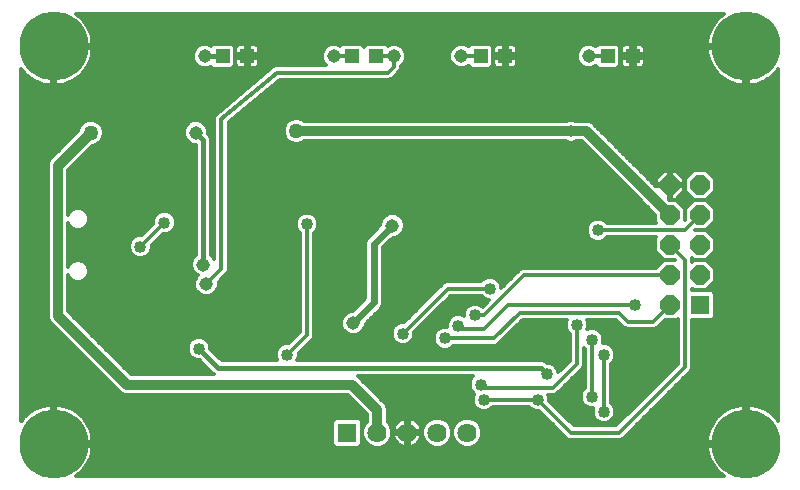
<source format=gbl>
G75*
G70*
%OFA0B0*%
%FSLAX24Y24*%
%IPPOS*%
%LPD*%
%AMOC8*
5,1,8,0,0,1.08239X$1,22.5*
%
%ADD10R,0.0472X0.0472*%
%ADD11C,0.2300*%
%ADD12R,0.0640X0.0640*%
%ADD13OC8,0.0640*%
%ADD14C,0.0640*%
%ADD15C,0.0120*%
%ADD16C,0.0450*%
%ADD17C,0.0400*%
%ADD18C,0.0500*%
%ADD19C,0.0320*%
%ADD20C,0.0240*%
%ADD21C,0.0160*%
D10*
X008515Y019213D03*
X009341Y019213D03*
X012815Y019213D03*
X013641Y019213D03*
X017115Y019213D03*
X017941Y019213D03*
X021365Y019213D03*
X022191Y019213D03*
D11*
X025973Y019537D03*
X002883Y019537D03*
X002883Y006289D03*
X025973Y006289D03*
D12*
X024428Y010913D03*
X012678Y006663D03*
D13*
X023428Y010913D03*
X023428Y011913D03*
X024428Y011913D03*
X024428Y012913D03*
X023428Y012913D03*
X023428Y013913D03*
X024428Y013913D03*
X024428Y014913D03*
X023428Y014913D03*
D14*
X016678Y006663D03*
X015678Y006663D03*
X014678Y006663D03*
X013678Y006663D03*
D15*
X003664Y005236D02*
X003639Y005219D01*
X025217Y005219D01*
X025192Y005236D01*
X025092Y005318D01*
X025001Y005409D01*
X024920Y005508D01*
X024848Y005615D01*
X024788Y005729D01*
X024738Y005847D01*
X024701Y005971D01*
X024676Y006097D01*
X024663Y006225D01*
X024663Y006229D01*
X025913Y006229D01*
X025913Y006349D01*
X024663Y006349D01*
X024663Y006354D01*
X024676Y006482D01*
X024701Y006608D01*
X024738Y006731D01*
X024788Y006850D01*
X024848Y006964D01*
X024920Y007071D01*
X025001Y007170D01*
X025092Y007261D01*
X025192Y007343D01*
X025299Y007414D01*
X025413Y007475D01*
X025531Y007524D01*
X025655Y007562D01*
X025781Y007587D01*
X025909Y007599D01*
X025913Y007599D01*
X025913Y006350D01*
X026033Y006350D01*
X026033Y007599D01*
X026038Y007599D01*
X026166Y007587D01*
X026292Y007562D01*
X026415Y007524D01*
X026534Y007475D01*
X026648Y007414D01*
X026755Y007343D01*
X026854Y007261D01*
X026945Y007170D01*
X027027Y007071D01*
X027043Y007046D01*
X027043Y018781D01*
X027027Y018756D01*
X026945Y018657D01*
X026854Y018566D01*
X026755Y018484D01*
X026648Y018412D01*
X026534Y018352D01*
X026415Y018302D01*
X026292Y018265D01*
X026166Y018240D01*
X026038Y018227D01*
X026033Y018227D01*
X026033Y019477D01*
X025913Y019477D01*
X025913Y018227D01*
X025909Y018227D01*
X025781Y018240D01*
X025655Y018265D01*
X025531Y018302D01*
X025413Y018352D01*
X025299Y018412D01*
X025192Y018484D01*
X025092Y018566D01*
X025001Y018657D01*
X024920Y018756D01*
X024848Y018863D01*
X024788Y018977D01*
X024738Y019096D01*
X024701Y019219D01*
X024676Y019345D01*
X024663Y019473D01*
X024663Y019477D01*
X025913Y019477D01*
X025913Y019597D01*
X024663Y019597D01*
X024663Y019602D01*
X024676Y019730D01*
X024701Y019856D01*
X024738Y019979D01*
X024788Y020098D01*
X024848Y020212D01*
X024920Y020319D01*
X025001Y020418D01*
X025092Y020509D01*
X025192Y020591D01*
X025217Y020607D01*
X003639Y020607D01*
X003664Y020591D01*
X003764Y020509D01*
X003855Y020418D01*
X003936Y020319D01*
X004008Y020212D01*
X004068Y020098D01*
X004118Y019979D01*
X004155Y019856D01*
X004180Y019730D01*
X004193Y019602D01*
X004193Y019597D01*
X002943Y019597D01*
X002943Y019477D01*
X002943Y018227D01*
X002947Y018227D01*
X003075Y018240D01*
X003201Y018265D01*
X003325Y018302D01*
X003444Y018352D01*
X003557Y018412D01*
X003664Y018484D01*
X003764Y018566D01*
X003855Y018657D01*
X003936Y018756D01*
X004008Y018863D01*
X004068Y018977D01*
X004118Y019096D01*
X004155Y019219D01*
X004180Y019345D01*
X004193Y019473D01*
X004193Y019477D01*
X002943Y019477D01*
X002823Y019477D01*
X002823Y018227D01*
X002818Y018227D01*
X002690Y018240D01*
X002564Y018265D01*
X002441Y018302D01*
X002322Y018352D01*
X002208Y018412D01*
X002101Y018484D01*
X002002Y018566D01*
X001911Y018657D01*
X001829Y018756D01*
X001813Y018781D01*
X001813Y007046D01*
X001829Y007071D01*
X001911Y007170D01*
X002002Y007261D01*
X002101Y007343D01*
X002208Y007414D01*
X002322Y007475D01*
X002441Y007524D01*
X002564Y007562D01*
X002690Y007587D01*
X002818Y007599D01*
X002823Y007599D01*
X002823Y006350D01*
X002943Y006350D01*
X002943Y007599D01*
X002947Y007599D01*
X003075Y007587D01*
X003201Y007562D01*
X003325Y007524D01*
X003444Y007475D01*
X003557Y007414D01*
X003664Y007343D01*
X003764Y007261D01*
X003855Y007170D01*
X003936Y007071D01*
X004008Y006964D01*
X004068Y006850D01*
X004118Y006731D01*
X004155Y006608D01*
X004180Y006482D01*
X004193Y006354D01*
X004193Y006349D01*
X002943Y006349D01*
X002943Y006229D01*
X004193Y006229D01*
X004193Y006225D01*
X004180Y006097D01*
X004155Y005971D01*
X004118Y005847D01*
X004068Y005729D01*
X004008Y005615D01*
X003936Y005508D01*
X003855Y005409D01*
X003764Y005318D01*
X003664Y005236D01*
X003713Y005276D02*
X025143Y005276D01*
X025015Y005395D02*
X003841Y005395D01*
X003940Y005514D02*
X024916Y005514D01*
X024839Y005632D02*
X004017Y005632D01*
X004077Y005751D02*
X024779Y005751D01*
X024732Y005869D02*
X004124Y005869D01*
X004158Y005988D02*
X024698Y005988D01*
X024675Y006106D02*
X004181Y006106D01*
X004193Y006225D02*
X012222Y006225D01*
X012178Y006269D02*
X012283Y006163D01*
X013073Y006163D01*
X013178Y006269D01*
X013178Y007058D01*
X013073Y007163D01*
X012283Y007163D01*
X012178Y007058D01*
X012178Y006269D01*
X012178Y006343D02*
X002943Y006343D01*
X002943Y006462D02*
X002823Y006462D01*
X002823Y006580D02*
X002943Y006580D01*
X002943Y006699D02*
X002823Y006699D01*
X002823Y006818D02*
X002943Y006818D01*
X002943Y006936D02*
X002823Y006936D01*
X002823Y007055D02*
X002943Y007055D01*
X002943Y007173D02*
X002823Y007173D01*
X002823Y007292D02*
X002943Y007292D01*
X002943Y007410D02*
X002823Y007410D01*
X002823Y007529D02*
X002943Y007529D01*
X003310Y007529D02*
X013082Y007529D01*
X012963Y007647D02*
X001813Y007647D01*
X001813Y007529D02*
X002456Y007529D01*
X002202Y007410D02*
X001813Y007410D01*
X001813Y007292D02*
X002039Y007292D01*
X001914Y007173D02*
X001813Y007173D01*
X001813Y007055D02*
X001819Y007055D01*
X001813Y007766D02*
X012845Y007766D01*
X012726Y007884D02*
X001813Y007884D01*
X001813Y008003D02*
X005108Y008003D01*
X005135Y007975D02*
X005260Y007923D01*
X005396Y007923D01*
X012687Y007923D01*
X013338Y007273D01*
X013338Y007030D01*
X013254Y006947D01*
X013178Y006763D01*
X013178Y006564D01*
X013254Y006380D01*
X013395Y006239D01*
X013579Y006163D01*
X013777Y006163D01*
X013961Y006239D01*
X014102Y006380D01*
X014178Y006564D01*
X014178Y006763D01*
X014102Y006947D01*
X014018Y007030D01*
X014018Y007346D01*
X014018Y007481D01*
X013966Y007606D01*
X013021Y008552D01*
X013016Y008553D01*
X016881Y008553D01*
X016806Y008479D01*
X016748Y008339D01*
X016748Y008188D01*
X016806Y008048D01*
X016897Y007957D01*
X016848Y007839D01*
X016848Y007688D01*
X016906Y007548D01*
X017013Y007441D01*
X017152Y007383D01*
X017304Y007383D01*
X017443Y007441D01*
X017525Y007523D01*
X018731Y007523D01*
X018813Y007441D01*
X018952Y007383D01*
X019069Y007383D01*
X019992Y006460D01*
X020080Y006423D01*
X020176Y006423D01*
X021680Y006423D01*
X021776Y006423D01*
X021864Y006460D01*
X024064Y008660D01*
X024131Y008727D01*
X024168Y008816D01*
X024168Y010413D01*
X024823Y010413D01*
X024928Y010519D01*
X024928Y011308D01*
X024823Y011413D01*
X024168Y011413D01*
X024168Y011466D01*
X024221Y011413D01*
X024635Y011413D01*
X024928Y011706D01*
X024928Y012120D01*
X024635Y012413D01*
X024221Y012413D01*
X024168Y012360D01*
X024168Y012461D01*
X024164Y012470D01*
X024221Y012413D01*
X024635Y012413D01*
X024928Y012706D01*
X024928Y013120D01*
X024635Y013413D01*
X024267Y013413D01*
X024267Y013413D01*
X024635Y013413D01*
X024928Y013706D01*
X024928Y014120D01*
X024635Y014413D01*
X024221Y014413D01*
X023928Y014120D01*
X023635Y014413D01*
X023409Y014413D01*
X023388Y014434D01*
X023388Y014873D01*
X023468Y014873D01*
X023468Y014433D01*
X023627Y014433D01*
X023908Y014715D01*
X023908Y014873D01*
X023468Y014873D01*
X023468Y014953D01*
X023908Y014953D01*
X023908Y015112D01*
X023627Y015393D01*
X023468Y015393D01*
X023468Y014954D01*
X023388Y014954D01*
X023388Y015393D01*
X023229Y015393D01*
X022948Y015112D01*
X022948Y014953D01*
X023388Y014953D01*
X023388Y014873D01*
X022949Y014873D01*
X020916Y016906D01*
X020821Y017002D01*
X020696Y017053D01*
X020300Y017053D01*
X020204Y017093D01*
X020052Y017093D01*
X019956Y017053D01*
X011246Y017053D01*
X011222Y017078D01*
X011064Y017143D01*
X010892Y017143D01*
X010734Y017078D01*
X010614Y016957D01*
X010548Y016799D01*
X010548Y016628D01*
X010614Y016470D01*
X010734Y016349D01*
X010892Y016283D01*
X011064Y016283D01*
X011222Y016349D01*
X011246Y016373D01*
X019956Y016373D01*
X020052Y016333D01*
X020204Y016333D01*
X020300Y016373D01*
X020487Y016373D01*
X022928Y013933D01*
X022928Y013706D01*
X022981Y013653D01*
X021325Y013653D01*
X021243Y013736D01*
X021104Y013793D01*
X020952Y013793D01*
X020813Y013736D01*
X020706Y013629D01*
X020648Y013489D01*
X020648Y013338D01*
X020706Y013198D01*
X020813Y013091D01*
X020952Y013033D01*
X021104Y013033D01*
X021243Y013091D01*
X021325Y013173D01*
X022981Y013173D01*
X022928Y013120D01*
X022928Y012706D01*
X023221Y012413D01*
X022961Y012153D01*
X018626Y012153D01*
X018530Y012153D01*
X018442Y012117D01*
X017808Y011483D01*
X017808Y011539D01*
X017750Y011679D01*
X017643Y011786D01*
X017504Y011843D01*
X017352Y011843D01*
X017213Y011786D01*
X017131Y011703D01*
X016076Y011703D01*
X015980Y011703D01*
X015892Y011667D01*
X014569Y010343D01*
X014452Y010343D01*
X014313Y010286D01*
X014206Y010179D01*
X014148Y010039D01*
X014148Y009888D01*
X014206Y009748D01*
X014313Y009641D01*
X014452Y009583D01*
X014604Y009583D01*
X014743Y009641D01*
X014850Y009748D01*
X014908Y009888D01*
X014908Y010004D01*
X016127Y011223D01*
X017131Y011223D01*
X017213Y011141D01*
X017352Y011083D01*
X017409Y011083D01*
X017182Y010857D01*
X017143Y010895D01*
X017004Y010953D01*
X016852Y010953D01*
X016713Y010895D01*
X016606Y010788D01*
X016548Y010649D01*
X016548Y010559D01*
X016446Y010601D01*
X016295Y010601D01*
X016155Y010543D01*
X016048Y010436D01*
X015991Y010296D01*
X015991Y010186D01*
X015852Y010186D01*
X015713Y010128D01*
X015606Y010021D01*
X015548Y009881D01*
X015548Y009730D01*
X015606Y009591D01*
X015713Y009484D01*
X015852Y009426D01*
X016004Y009426D01*
X016143Y009484D01*
X016225Y009566D01*
X017523Y009566D01*
X017618Y009566D01*
X017706Y009602D01*
X018527Y010423D01*
X019983Y010423D01*
X019948Y010339D01*
X019948Y010188D01*
X020006Y010048D01*
X020088Y009966D01*
X020088Y009063D01*
X019708Y008683D01*
X019708Y008689D01*
X019650Y008829D01*
X019543Y008936D01*
X019404Y008993D01*
X019316Y008993D01*
X019275Y009034D01*
X019180Y009073D01*
X019076Y009073D01*
X011011Y009073D01*
X011058Y009188D01*
X011058Y009304D01*
X011531Y009777D01*
X011568Y009866D01*
X011568Y009961D01*
X011568Y013316D01*
X011650Y013398D01*
X011708Y013538D01*
X011708Y013689D01*
X011650Y013829D01*
X011543Y013936D01*
X011404Y013993D01*
X011252Y013993D01*
X011113Y013936D01*
X011006Y013829D01*
X010948Y013689D01*
X010948Y013538D01*
X011006Y013398D01*
X011088Y013316D01*
X011088Y010013D01*
X010719Y009643D01*
X010602Y009643D01*
X010463Y009586D01*
X010356Y009479D01*
X010298Y009339D01*
X010298Y009188D01*
X010345Y009073D01*
X008486Y009073D01*
X008108Y009451D01*
X008108Y009539D01*
X008050Y009679D01*
X007943Y009786D01*
X007804Y009843D01*
X007652Y009843D01*
X007513Y009786D01*
X007406Y009679D01*
X007348Y009539D01*
X007348Y009388D01*
X007406Y009248D01*
X007513Y009141D01*
X007652Y009083D01*
X007740Y009083D01*
X008158Y008666D01*
X008220Y008603D01*
X005469Y008603D01*
X003368Y010704D01*
X003368Y011923D01*
X003400Y011845D01*
X003501Y011744D01*
X003632Y011690D01*
X003774Y011690D01*
X003905Y011744D01*
X004006Y011845D01*
X004060Y011976D01*
X004060Y012118D01*
X004006Y012250D01*
X003905Y012350D01*
X003774Y012404D01*
X003632Y012404D01*
X003501Y012350D01*
X003400Y012250D01*
X003368Y012172D01*
X003368Y013655D01*
X003400Y013577D01*
X003501Y013477D01*
X003632Y013422D01*
X003774Y013422D01*
X003905Y013477D01*
X004006Y013577D01*
X004060Y013708D01*
X004060Y013851D01*
X004006Y013982D01*
X003905Y014082D01*
X003774Y014137D01*
X003632Y014137D01*
X003501Y014082D01*
X003400Y013982D01*
X003368Y013904D01*
X003368Y015423D01*
X004179Y016233D01*
X004214Y016233D01*
X004372Y016299D01*
X004493Y016420D01*
X004558Y016578D01*
X004558Y016749D01*
X004493Y016907D01*
X004372Y017028D01*
X004214Y017093D01*
X004042Y017093D01*
X003884Y017028D01*
X003764Y016907D01*
X003698Y016749D01*
X003698Y016714D01*
X002740Y015756D01*
X002688Y015631D01*
X002688Y015496D01*
X002688Y010631D01*
X002688Y010496D01*
X002740Y010371D01*
X005135Y007975D01*
X004989Y008121D02*
X001813Y008121D01*
X001813Y008240D02*
X004871Y008240D01*
X004752Y008359D02*
X001813Y008359D01*
X001813Y008477D02*
X004633Y008477D01*
X004515Y008596D02*
X001813Y008596D01*
X001813Y008714D02*
X004396Y008714D01*
X004278Y008833D02*
X001813Y008833D01*
X001813Y008951D02*
X004159Y008951D01*
X004041Y009070D02*
X001813Y009070D01*
X001813Y009188D02*
X003922Y009188D01*
X003804Y009307D02*
X001813Y009307D01*
X001813Y009425D02*
X003685Y009425D01*
X003567Y009544D02*
X001813Y009544D01*
X001813Y009663D02*
X003448Y009663D01*
X003329Y009781D02*
X001813Y009781D01*
X001813Y009900D02*
X003211Y009900D01*
X003092Y010018D02*
X001813Y010018D01*
X001813Y010137D02*
X002974Y010137D01*
X002855Y010255D02*
X001813Y010255D01*
X001813Y010374D02*
X002739Y010374D01*
X002689Y010492D02*
X001813Y010492D01*
X001813Y010611D02*
X002688Y010611D01*
X002688Y010729D02*
X001813Y010729D01*
X001813Y010848D02*
X002688Y010848D01*
X002688Y010967D02*
X001813Y010967D01*
X001813Y011085D02*
X002688Y011085D01*
X002688Y011204D02*
X001813Y011204D01*
X001813Y011322D02*
X002688Y011322D01*
X002688Y011441D02*
X001813Y011441D01*
X001813Y011559D02*
X002688Y011559D01*
X002688Y011678D02*
X001813Y011678D01*
X001813Y011796D02*
X002688Y011796D01*
X002688Y011915D02*
X001813Y011915D01*
X001813Y012033D02*
X002688Y012033D01*
X002688Y012152D02*
X001813Y012152D01*
X001813Y012271D02*
X002688Y012271D01*
X002688Y012389D02*
X001813Y012389D01*
X001813Y012508D02*
X002688Y012508D01*
X002688Y012626D02*
X001813Y012626D01*
X001813Y012745D02*
X002688Y012745D01*
X002688Y012863D02*
X001813Y012863D01*
X001813Y012982D02*
X002688Y012982D01*
X002688Y013100D02*
X001813Y013100D01*
X001813Y013219D02*
X002688Y013219D01*
X002688Y013337D02*
X001813Y013337D01*
X001813Y013456D02*
X002688Y013456D01*
X002688Y013574D02*
X001813Y013574D01*
X001813Y013693D02*
X002688Y013693D01*
X002688Y013812D02*
X001813Y013812D01*
X001813Y013930D02*
X002688Y013930D01*
X002688Y014049D02*
X001813Y014049D01*
X001813Y014167D02*
X002688Y014167D01*
X002688Y014286D02*
X001813Y014286D01*
X001813Y014404D02*
X002688Y014404D01*
X002688Y014523D02*
X001813Y014523D01*
X001813Y014641D02*
X002688Y014641D01*
X002688Y014760D02*
X001813Y014760D01*
X001813Y014878D02*
X002688Y014878D01*
X002688Y014997D02*
X001813Y014997D01*
X001813Y015116D02*
X002688Y015116D01*
X002688Y015234D02*
X001813Y015234D01*
X001813Y015353D02*
X002688Y015353D01*
X002688Y015471D02*
X001813Y015471D01*
X001813Y015590D02*
X002688Y015590D01*
X002720Y015708D02*
X001813Y015708D01*
X001813Y015827D02*
X002811Y015827D01*
X002929Y015945D02*
X001813Y015945D01*
X001813Y016064D02*
X003048Y016064D01*
X003166Y016182D02*
X001813Y016182D01*
X001813Y016301D02*
X003285Y016301D01*
X003403Y016420D02*
X001813Y016420D01*
X001813Y016538D02*
X003522Y016538D01*
X003641Y016657D02*
X001813Y016657D01*
X001813Y016775D02*
X003709Y016775D01*
X003758Y016894D02*
X001813Y016894D01*
X001813Y017012D02*
X003869Y017012D01*
X004387Y017012D02*
X007412Y017012D01*
X007399Y017007D02*
X007285Y016893D01*
X007223Y016744D01*
X007223Y016583D01*
X007285Y016434D01*
X007399Y016320D01*
X007547Y016258D01*
X007618Y016258D01*
X007618Y012576D01*
X007535Y012493D01*
X007473Y012344D01*
X007473Y012183D01*
X007535Y012034D01*
X007649Y011920D01*
X007693Y011901D01*
X007635Y011843D01*
X007573Y011694D01*
X007573Y011533D01*
X007635Y011384D01*
X007749Y011270D01*
X007897Y011208D01*
X008059Y011208D01*
X008207Y011270D01*
X008321Y011384D01*
X008383Y011533D01*
X008383Y011679D01*
X008614Y011910D01*
X008681Y011977D01*
X008718Y012066D01*
X008718Y017001D01*
X010415Y018423D01*
X014076Y018423D01*
X014164Y018460D01*
X014231Y018527D01*
X014431Y018727D01*
X014468Y018816D01*
X014468Y018881D01*
X014571Y018984D01*
X014633Y019133D01*
X014633Y019294D01*
X014571Y019443D01*
X014457Y019557D01*
X014309Y019618D01*
X014147Y019618D01*
X014017Y019564D01*
X013952Y019630D01*
X013331Y019630D01*
X013228Y019527D01*
X013125Y019630D01*
X012504Y019630D01*
X012439Y019564D01*
X012309Y019618D01*
X012147Y019618D01*
X011999Y019557D01*
X011885Y019443D01*
X011823Y019294D01*
X011823Y019133D01*
X011885Y018984D01*
X011965Y018903D01*
X010339Y018903D01*
X010302Y018907D01*
X010291Y018903D01*
X010280Y018903D01*
X010246Y018889D01*
X010210Y018878D01*
X010202Y018871D01*
X010192Y018867D01*
X010166Y018841D01*
X008352Y017321D01*
X008342Y017317D01*
X008316Y017290D01*
X008287Y017267D01*
X008282Y017257D01*
X008275Y017249D01*
X001813Y017249D01*
X001813Y017131D02*
X008238Y017131D01*
X008238Y017124D02*
X008238Y017161D01*
X008242Y017171D01*
X008243Y017182D01*
X008260Y017215D01*
X008275Y017249D01*
X008238Y017124D02*
X008235Y017087D01*
X008238Y017076D01*
X008238Y012452D01*
X008221Y012493D01*
X008138Y012576D01*
X008138Y016362D01*
X008138Y016465D01*
X008098Y016561D01*
X008033Y016626D01*
X008033Y016744D01*
X007971Y016893D01*
X007857Y017007D01*
X007709Y017068D01*
X007547Y017068D01*
X007399Y017007D01*
X007286Y016894D02*
X004498Y016894D01*
X004547Y016775D02*
X007236Y016775D01*
X007223Y016657D02*
X004558Y016657D01*
X004541Y016538D02*
X007242Y016538D01*
X007299Y016420D02*
X004492Y016420D01*
X004374Y016301D02*
X007445Y016301D01*
X007618Y016182D02*
X004128Y016182D01*
X004009Y016064D02*
X007618Y016064D01*
X007618Y015945D02*
X003891Y015945D01*
X003772Y015827D02*
X007618Y015827D01*
X007618Y015708D02*
X003654Y015708D01*
X003535Y015590D02*
X007618Y015590D01*
X007618Y015471D02*
X003417Y015471D01*
X003368Y015353D02*
X007618Y015353D01*
X007618Y015234D02*
X003368Y015234D01*
X003368Y015116D02*
X007618Y015116D01*
X007618Y014997D02*
X003368Y014997D01*
X003368Y014878D02*
X007618Y014878D01*
X007618Y014760D02*
X003368Y014760D01*
X003368Y014641D02*
X007618Y014641D01*
X007618Y014523D02*
X003368Y014523D01*
X003368Y014404D02*
X007618Y014404D01*
X007618Y014286D02*
X003368Y014286D01*
X003368Y014167D02*
X007618Y014167D01*
X007618Y014049D02*
X003939Y014049D01*
X004027Y013930D02*
X006307Y013930D01*
X006256Y013879D02*
X006363Y013986D01*
X006502Y014043D01*
X006654Y014043D01*
X006793Y013986D01*
X006900Y013879D01*
X006958Y013739D01*
X006958Y013588D01*
X006900Y013448D01*
X006793Y013341D01*
X006654Y013283D01*
X006537Y013283D01*
X006158Y012904D01*
X006158Y012788D01*
X006100Y012648D01*
X005993Y012541D01*
X005854Y012483D01*
X005702Y012483D01*
X005563Y012541D01*
X005456Y012648D01*
X005398Y012788D01*
X005398Y012939D01*
X005456Y013079D01*
X005563Y013186D01*
X005702Y013243D01*
X005819Y013243D01*
X006198Y013623D01*
X006198Y013739D01*
X006256Y013879D01*
X006228Y013812D02*
X004060Y013812D01*
X004054Y013693D02*
X006198Y013693D01*
X006150Y013574D02*
X004003Y013574D01*
X003855Y013456D02*
X006031Y013456D01*
X005913Y013337D02*
X003368Y013337D01*
X003368Y013219D02*
X005643Y013219D01*
X005478Y013100D02*
X003368Y013100D01*
X003368Y012982D02*
X005416Y012982D01*
X005398Y012863D02*
X003368Y012863D01*
X003368Y012745D02*
X005416Y012745D01*
X005478Y012626D02*
X003368Y012626D01*
X003368Y012508D02*
X005644Y012508D01*
X005912Y012508D02*
X007549Y012508D01*
X007492Y012389D02*
X003811Y012389D01*
X003985Y012271D02*
X007473Y012271D01*
X007486Y012152D02*
X004046Y012152D01*
X004060Y012033D02*
X007535Y012033D01*
X007661Y011915D02*
X004035Y011915D01*
X003957Y011796D02*
X007615Y011796D01*
X007573Y011678D02*
X003368Y011678D01*
X003368Y011796D02*
X003449Y011796D01*
X003371Y011915D02*
X003368Y011915D01*
X003368Y012271D02*
X003421Y012271D01*
X003368Y012389D02*
X003595Y012389D01*
X003368Y011559D02*
X007573Y011559D01*
X007611Y011441D02*
X003368Y011441D01*
X003368Y011322D02*
X007696Y011322D01*
X007978Y011613D02*
X008478Y012113D01*
X008478Y017113D01*
X010328Y018663D01*
X014028Y018663D01*
X014228Y018863D01*
X014228Y019213D01*
X013641Y019213D01*
X013321Y019620D02*
X013135Y019620D01*
X012815Y019213D02*
X012228Y019213D01*
X011944Y019502D02*
X009729Y019502D01*
X009727Y019511D02*
X009706Y019548D01*
X009676Y019578D01*
X009639Y019599D01*
X009599Y019610D01*
X009400Y019610D01*
X009400Y019272D01*
X009283Y019272D01*
X009283Y019610D01*
X009084Y019610D01*
X009043Y019599D01*
X009007Y019578D01*
X008977Y019548D01*
X008956Y019511D01*
X008945Y019471D01*
X008945Y019271D01*
X009283Y019271D01*
X009283Y019155D01*
X008945Y019155D01*
X008945Y018956D01*
X008956Y018915D01*
X008977Y018879D01*
X009007Y018849D01*
X009043Y018828D01*
X009084Y018817D01*
X009283Y018817D01*
X009283Y019155D01*
X009400Y019155D01*
X009400Y019271D01*
X009738Y019271D01*
X009738Y019471D01*
X009727Y019511D01*
X009738Y019383D02*
X011860Y019383D01*
X011823Y019265D02*
X009400Y019265D01*
X009400Y019155D02*
X009738Y019155D01*
X009738Y018956D01*
X009727Y018915D01*
X009706Y018879D01*
X009676Y018849D01*
X009639Y018828D01*
X009599Y018817D01*
X009400Y018817D01*
X009400Y019155D01*
X009400Y019146D02*
X009283Y019146D01*
X009283Y019027D02*
X009400Y019027D01*
X009400Y018909D02*
X009283Y018909D01*
X008960Y018909D02*
X008931Y018909D01*
X008931Y018903D02*
X008931Y019524D01*
X008825Y019630D01*
X008204Y019630D01*
X008139Y019564D01*
X008009Y019618D01*
X007847Y019618D01*
X007699Y019557D01*
X007585Y019443D01*
X007523Y019294D01*
X007523Y019133D01*
X007585Y018984D01*
X007699Y018870D01*
X007847Y018808D01*
X008009Y018808D01*
X008139Y018862D01*
X008204Y018797D01*
X008825Y018797D01*
X008931Y018903D01*
X008931Y019027D02*
X008945Y019027D01*
X008931Y019146D02*
X008945Y019146D01*
X008931Y019265D02*
X009283Y019265D01*
X009283Y019383D02*
X009400Y019383D01*
X009400Y019502D02*
X009283Y019502D01*
X008954Y019502D02*
X008931Y019502D01*
X008931Y019383D02*
X008945Y019383D01*
X008835Y019620D02*
X012495Y019620D01*
X011823Y019146D02*
X009738Y019146D01*
X009738Y019027D02*
X011867Y019027D01*
X011960Y018909D02*
X009723Y018909D01*
X009964Y018672D02*
X003867Y018672D01*
X003959Y018790D02*
X010106Y018790D01*
X009823Y018553D02*
X003749Y018553D01*
X003590Y018435D02*
X009681Y018435D01*
X009540Y018316D02*
X003358Y018316D01*
X002943Y018316D02*
X002823Y018316D01*
X002823Y018435D02*
X002943Y018435D01*
X002943Y018553D02*
X002823Y018553D01*
X002823Y018672D02*
X002943Y018672D01*
X002943Y018790D02*
X002823Y018790D01*
X002823Y018909D02*
X002943Y018909D01*
X002943Y019027D02*
X002823Y019027D01*
X002823Y019146D02*
X002943Y019146D01*
X002943Y019265D02*
X002823Y019265D01*
X002823Y019383D02*
X002943Y019383D01*
X002943Y019502D02*
X007644Y019502D01*
X007560Y019383D02*
X004184Y019383D01*
X004164Y019265D02*
X007523Y019265D01*
X007523Y019146D02*
X004133Y019146D01*
X004089Y019027D02*
X007567Y019027D01*
X007660Y018909D02*
X004032Y018909D01*
X004191Y019620D02*
X008195Y019620D01*
X010287Y018316D02*
X025498Y018316D01*
X025266Y018435D02*
X014103Y018435D01*
X014257Y018553D02*
X025107Y018553D01*
X024989Y018672D02*
X014376Y018672D01*
X014458Y018790D02*
X024897Y018790D01*
X024824Y018909D02*
X022573Y018909D01*
X022577Y018915D02*
X022588Y018956D01*
X022588Y019155D01*
X022250Y019155D01*
X022250Y019271D01*
X022588Y019271D01*
X022588Y019471D01*
X022577Y019511D01*
X022556Y019548D01*
X022526Y019578D01*
X022489Y019599D01*
X022449Y019610D01*
X022250Y019610D01*
X022250Y019272D01*
X022133Y019272D01*
X022133Y019610D01*
X021934Y019610D01*
X021893Y019599D01*
X021857Y019578D01*
X021827Y019548D01*
X021806Y019511D01*
X021795Y019471D01*
X021795Y019271D01*
X022133Y019271D01*
X022133Y019155D01*
X021795Y019155D01*
X021795Y018956D01*
X021806Y018915D01*
X021827Y018879D01*
X021857Y018849D01*
X021893Y018828D01*
X021934Y018817D01*
X022133Y018817D01*
X022133Y019155D01*
X022250Y019155D01*
X022250Y018817D01*
X022449Y018817D01*
X022489Y018828D01*
X022526Y018849D01*
X022556Y018879D01*
X022577Y018915D01*
X022588Y019027D02*
X024767Y019027D01*
X024723Y019146D02*
X022588Y019146D01*
X022588Y019383D02*
X024672Y019383D01*
X024692Y019265D02*
X022250Y019265D01*
X022133Y019265D02*
X021781Y019265D01*
X021781Y019383D02*
X021795Y019383D01*
X021781Y019502D02*
X021804Y019502D01*
X021781Y019524D02*
X021675Y019630D01*
X021054Y019630D01*
X020969Y019545D01*
X020957Y019557D01*
X020809Y019618D01*
X020647Y019618D01*
X020499Y019557D01*
X020385Y019443D01*
X020323Y019294D01*
X020323Y019133D01*
X020385Y018984D01*
X020499Y018870D01*
X020647Y018808D01*
X020809Y018808D01*
X020957Y018870D01*
X020969Y018882D01*
X021054Y018797D01*
X021675Y018797D01*
X021781Y018903D01*
X021781Y019524D01*
X021685Y019620D02*
X024665Y019620D01*
X024678Y019739D02*
X004178Y019739D01*
X004155Y019857D02*
X024701Y019857D01*
X024737Y019976D02*
X004119Y019976D01*
X004070Y020094D02*
X024786Y020094D01*
X024849Y020213D02*
X004007Y020213D01*
X003926Y020331D02*
X024930Y020331D01*
X025033Y020450D02*
X003823Y020450D01*
X003691Y020569D02*
X025165Y020569D01*
X025913Y019502D02*
X022579Y019502D01*
X022250Y019502D02*
X022133Y019502D01*
X022133Y019383D02*
X022250Y019383D01*
X022250Y019146D02*
X022133Y019146D01*
X022133Y019027D02*
X022250Y019027D01*
X022250Y018909D02*
X022133Y018909D01*
X021810Y018909D02*
X021781Y018909D01*
X021781Y019027D02*
X021795Y019027D01*
X021781Y019146D02*
X021795Y019146D01*
X021365Y019213D02*
X020728Y019213D01*
X020444Y019502D02*
X018329Y019502D01*
X018327Y019511D02*
X018306Y019548D01*
X018276Y019578D01*
X018239Y019599D01*
X018199Y019610D01*
X018000Y019610D01*
X018000Y019272D01*
X017883Y019272D01*
X017883Y019610D01*
X017684Y019610D01*
X017643Y019599D01*
X017607Y019578D01*
X017577Y019548D01*
X017556Y019511D01*
X017545Y019471D01*
X017545Y019271D01*
X017883Y019271D01*
X017883Y019155D01*
X017545Y019155D01*
X017545Y018956D01*
X017556Y018915D01*
X017577Y018879D01*
X017607Y018849D01*
X017643Y018828D01*
X017684Y018817D01*
X017883Y018817D01*
X017883Y019155D01*
X018000Y019155D01*
X018000Y019271D01*
X018338Y019271D01*
X018338Y019471D01*
X018327Y019511D01*
X018338Y019383D02*
X020360Y019383D01*
X020323Y019265D02*
X018000Y019265D01*
X018000Y019155D02*
X018338Y019155D01*
X018338Y018956D01*
X018327Y018915D01*
X018306Y018879D01*
X018276Y018849D01*
X018239Y018828D01*
X018199Y018817D01*
X018000Y018817D01*
X018000Y019155D01*
X018000Y019146D02*
X017883Y019146D01*
X017883Y019027D02*
X018000Y019027D01*
X018000Y018909D02*
X017883Y018909D01*
X017560Y018909D02*
X017531Y018909D01*
X017531Y018903D02*
X017531Y019524D01*
X017425Y019630D01*
X016804Y019630D01*
X016719Y019545D01*
X016707Y019557D01*
X016559Y019618D01*
X016397Y019618D01*
X016249Y019557D01*
X016135Y019443D01*
X016073Y019294D01*
X016073Y019133D01*
X016135Y018984D01*
X016249Y018870D01*
X016397Y018808D01*
X016559Y018808D01*
X016707Y018870D01*
X016719Y018882D01*
X016804Y018797D01*
X017425Y018797D01*
X017531Y018903D01*
X017531Y019027D02*
X017545Y019027D01*
X017531Y019146D02*
X017545Y019146D01*
X017531Y019265D02*
X017883Y019265D01*
X017883Y019383D02*
X018000Y019383D01*
X018000Y019502D02*
X017883Y019502D01*
X017554Y019502D02*
X017531Y019502D01*
X017531Y019383D02*
X017545Y019383D01*
X017435Y019620D02*
X021045Y019620D01*
X020323Y019146D02*
X018338Y019146D01*
X018338Y019027D02*
X020367Y019027D01*
X020460Y018909D02*
X018323Y018909D01*
X017115Y019213D02*
X016478Y019213D01*
X016194Y019502D02*
X014512Y019502D01*
X014596Y019383D02*
X016110Y019383D01*
X016073Y019265D02*
X014633Y019265D01*
X014633Y019146D02*
X016073Y019146D01*
X016117Y019027D02*
X014589Y019027D01*
X014496Y018909D02*
X016210Y018909D01*
X016795Y019620D02*
X013962Y019620D01*
X011094Y017131D02*
X027043Y017131D01*
X027043Y017249D02*
X009014Y017249D01*
X008872Y017131D02*
X010862Y017131D01*
X010669Y017012D02*
X008731Y017012D01*
X008718Y016894D02*
X010587Y016894D01*
X010548Y016775D02*
X008718Y016775D01*
X008718Y016657D02*
X010548Y016657D01*
X010585Y016538D02*
X008718Y016538D01*
X008718Y016420D02*
X010664Y016420D01*
X010850Y016301D02*
X008718Y016301D01*
X008718Y016182D02*
X020678Y016182D01*
X020797Y016064D02*
X008718Y016064D01*
X008718Y015945D02*
X020915Y015945D01*
X021034Y015827D02*
X008718Y015827D01*
X008718Y015708D02*
X021152Y015708D01*
X021271Y015590D02*
X008718Y015590D01*
X008718Y015471D02*
X021389Y015471D01*
X021508Y015353D02*
X008718Y015353D01*
X008718Y015234D02*
X021626Y015234D01*
X021745Y015116D02*
X008718Y015116D01*
X008718Y014997D02*
X021864Y014997D01*
X021982Y014878D02*
X008718Y014878D01*
X008718Y014760D02*
X022101Y014760D01*
X022219Y014641D02*
X008718Y014641D01*
X008718Y014523D02*
X022338Y014523D01*
X022456Y014404D02*
X008718Y014404D01*
X008718Y014286D02*
X022575Y014286D01*
X022693Y014167D02*
X008718Y014167D01*
X008718Y014049D02*
X022812Y014049D01*
X022928Y013930D02*
X014351Y013930D01*
X014407Y013907D02*
X014259Y013968D01*
X014097Y013968D01*
X013949Y013907D01*
X013835Y013793D01*
X013773Y013644D01*
X013773Y013583D01*
X013324Y013133D01*
X013278Y013023D01*
X013278Y012904D01*
X013278Y011138D01*
X012859Y010718D01*
X012797Y010718D01*
X012649Y010657D01*
X012535Y010543D01*
X012473Y010394D01*
X012473Y010233D01*
X012535Y010084D01*
X012649Y009970D01*
X012797Y009908D01*
X012959Y009908D01*
X013107Y009970D01*
X013221Y010084D01*
X013283Y010233D01*
X013283Y010294D01*
X013748Y010759D01*
X013832Y010843D01*
X013878Y010954D01*
X013878Y012839D01*
X014197Y013158D01*
X014259Y013158D01*
X014407Y013220D01*
X014521Y013334D01*
X014583Y013483D01*
X014583Y013644D01*
X014521Y013793D01*
X014407Y013907D01*
X014503Y013812D02*
X022928Y013812D01*
X022941Y013693D02*
X021286Y013693D01*
X021028Y013413D02*
X023928Y013413D01*
X024428Y013913D01*
X024796Y013574D02*
X027043Y013574D01*
X027043Y013456D02*
X024678Y013456D01*
X024711Y013337D02*
X027043Y013337D01*
X027043Y013219D02*
X024830Y013219D01*
X024928Y013100D02*
X027043Y013100D01*
X027043Y012982D02*
X024928Y012982D01*
X024928Y012863D02*
X027043Y012863D01*
X027043Y012745D02*
X024928Y012745D01*
X024848Y012626D02*
X027043Y012626D01*
X027043Y012508D02*
X024729Y012508D01*
X024659Y012389D02*
X027043Y012389D01*
X027043Y012271D02*
X024778Y012271D01*
X024896Y012152D02*
X027043Y012152D01*
X027043Y012033D02*
X024928Y012033D01*
X024928Y011915D02*
X027043Y011915D01*
X027043Y011796D02*
X024928Y011796D01*
X024900Y011678D02*
X027043Y011678D01*
X027043Y011559D02*
X024781Y011559D01*
X024662Y011441D02*
X027043Y011441D01*
X027043Y011322D02*
X024914Y011322D01*
X024928Y011204D02*
X027043Y011204D01*
X027043Y011085D02*
X024928Y011085D01*
X024928Y010967D02*
X027043Y010967D01*
X027043Y010848D02*
X024928Y010848D01*
X024928Y010729D02*
X027043Y010729D01*
X027043Y010611D02*
X024928Y010611D01*
X024902Y010492D02*
X027043Y010492D01*
X027043Y010374D02*
X024168Y010374D01*
X024168Y010255D02*
X027043Y010255D01*
X027043Y010137D02*
X024168Y010137D01*
X024168Y010018D02*
X027043Y010018D01*
X027043Y009900D02*
X024168Y009900D01*
X024168Y009781D02*
X027043Y009781D01*
X027043Y009663D02*
X024168Y009663D01*
X024168Y009544D02*
X027043Y009544D01*
X027043Y009425D02*
X024168Y009425D01*
X024168Y009307D02*
X027043Y009307D01*
X027043Y009188D02*
X024168Y009188D01*
X024168Y009070D02*
X027043Y009070D01*
X027043Y008951D02*
X024168Y008951D01*
X024168Y008833D02*
X027043Y008833D01*
X027043Y008714D02*
X024118Y008714D01*
X024064Y008660D02*
X024064Y008660D01*
X024000Y008596D02*
X027043Y008596D01*
X027043Y008477D02*
X023881Y008477D01*
X023763Y008359D02*
X027043Y008359D01*
X027043Y008240D02*
X023644Y008240D01*
X023526Y008121D02*
X027043Y008121D01*
X027043Y008003D02*
X023407Y008003D01*
X023288Y007884D02*
X027043Y007884D01*
X027043Y007766D02*
X023170Y007766D01*
X023051Y007647D02*
X027043Y007647D01*
X027043Y007529D02*
X026400Y007529D01*
X026654Y007410D02*
X027043Y007410D01*
X027043Y007292D02*
X026817Y007292D01*
X026942Y007173D02*
X027043Y007173D01*
X027037Y007055D02*
X027043Y007055D01*
X026033Y007055D02*
X025913Y007055D01*
X025913Y007173D02*
X026033Y007173D01*
X026033Y007292D02*
X025913Y007292D01*
X025913Y007410D02*
X026033Y007410D01*
X026033Y007529D02*
X025913Y007529D01*
X025546Y007529D02*
X022933Y007529D01*
X022814Y007410D02*
X025293Y007410D01*
X025130Y007292D02*
X022696Y007292D01*
X022577Y007173D02*
X025004Y007173D01*
X024909Y007055D02*
X022459Y007055D01*
X022340Y006936D02*
X024834Y006936D01*
X024774Y006818D02*
X022222Y006818D01*
X022103Y006699D02*
X024729Y006699D01*
X024696Y006580D02*
X021984Y006580D01*
X021866Y006462D02*
X024674Y006462D01*
X024663Y006225D02*
X016926Y006225D01*
X016961Y006239D02*
X017102Y006380D01*
X017178Y006564D01*
X017178Y006763D01*
X017102Y006947D01*
X016961Y007087D01*
X016777Y007163D01*
X016579Y007163D01*
X016395Y007087D01*
X016254Y006947D01*
X016178Y006763D01*
X016102Y006947D01*
X015961Y007087D01*
X015777Y007163D01*
X015579Y007163D01*
X015395Y007087D01*
X015254Y006947D01*
X015178Y006763D01*
X015178Y006564D01*
X015254Y006380D01*
X015395Y006239D01*
X015579Y006163D01*
X015777Y006163D01*
X015961Y006239D01*
X016102Y006380D01*
X016178Y006564D01*
X016178Y006763D01*
X016178Y006564D01*
X016254Y006380D01*
X016395Y006239D01*
X016579Y006163D01*
X016777Y006163D01*
X016961Y006239D01*
X017065Y006343D02*
X025913Y006343D01*
X025913Y006462D02*
X026033Y006462D01*
X026033Y006580D02*
X025913Y006580D01*
X025913Y006699D02*
X026033Y006699D01*
X026033Y006818D02*
X025913Y006818D01*
X025913Y006936D02*
X026033Y006936D01*
X023321Y008596D02*
X021468Y008596D01*
X021468Y008714D02*
X023439Y008714D01*
X023558Y008833D02*
X021468Y008833D01*
X021468Y008951D02*
X023677Y008951D01*
X023688Y008963D02*
X021629Y006903D01*
X020227Y006903D01*
X019408Y007723D01*
X019408Y007839D01*
X019373Y007923D01*
X019576Y007923D01*
X019664Y007960D01*
X019731Y008027D01*
X020531Y008827D01*
X020568Y008916D01*
X020568Y009011D01*
X020568Y009486D01*
X020588Y009466D01*
X020588Y008161D01*
X020506Y008079D01*
X020448Y007939D01*
X020448Y007788D01*
X020506Y007648D01*
X020613Y007541D01*
X020752Y007483D01*
X020866Y007483D01*
X020848Y007439D01*
X020848Y007288D01*
X020906Y007148D01*
X021013Y007041D01*
X021152Y006983D01*
X021304Y006983D01*
X021443Y007041D01*
X021550Y007148D01*
X021608Y007288D01*
X021608Y007439D01*
X021550Y007579D01*
X021468Y007661D01*
X021468Y008966D01*
X021550Y009048D01*
X021608Y009188D01*
X021608Y009339D01*
X021550Y009479D01*
X021443Y009586D01*
X021304Y009643D01*
X021190Y009643D01*
X021208Y009688D01*
X021208Y009839D01*
X021150Y009979D01*
X021043Y010086D01*
X020904Y010143D01*
X020752Y010143D01*
X020677Y010112D01*
X020708Y010188D01*
X020708Y010339D01*
X020673Y010423D01*
X021629Y010423D01*
X021825Y010227D01*
X021892Y010160D01*
X021980Y010123D01*
X022830Y010123D01*
X022926Y010123D01*
X023014Y010160D01*
X023267Y010413D01*
X023635Y010413D01*
X023688Y010466D01*
X023688Y008963D01*
X023688Y009070D02*
X021559Y009070D01*
X021608Y009188D02*
X023688Y009188D01*
X023688Y009307D02*
X021608Y009307D01*
X021572Y009425D02*
X023688Y009425D01*
X023688Y009544D02*
X021485Y009544D01*
X021198Y009663D02*
X023688Y009663D01*
X023688Y009781D02*
X021208Y009781D01*
X021183Y009900D02*
X023688Y009900D01*
X023688Y010018D02*
X021111Y010018D01*
X020920Y010137D02*
X021948Y010137D01*
X021797Y010255D02*
X020708Y010255D01*
X020694Y010374D02*
X021678Y010374D01*
X021728Y010663D02*
X022028Y010363D01*
X022878Y010363D01*
X023428Y010913D01*
X023228Y010374D02*
X023688Y010374D01*
X023688Y010255D02*
X023109Y010255D01*
X022958Y010137D02*
X023688Y010137D01*
X022278Y010913D02*
X018021Y010913D01*
X017228Y010121D01*
X016471Y010121D01*
X016371Y010221D01*
X016105Y010492D02*
X015396Y010492D01*
X015278Y010374D02*
X016023Y010374D01*
X015991Y010255D02*
X015159Y010255D01*
X015041Y010137D02*
X015734Y010137D01*
X015605Y010018D02*
X014922Y010018D01*
X014908Y009900D02*
X015556Y009900D01*
X015548Y009781D02*
X014864Y009781D01*
X014765Y009663D02*
X015576Y009663D01*
X015652Y009544D02*
X011298Y009544D01*
X011180Y009425D02*
X020088Y009425D01*
X020088Y009307D02*
X011061Y009307D01*
X011058Y009188D02*
X020088Y009188D01*
X020088Y009070D02*
X019188Y009070D01*
X019505Y008951D02*
X019977Y008951D01*
X019858Y008833D02*
X019646Y008833D01*
X019698Y008714D02*
X019739Y008714D01*
X020181Y008477D02*
X020588Y008477D01*
X020588Y008359D02*
X020063Y008359D01*
X019944Y008240D02*
X020588Y008240D01*
X020549Y008121D02*
X019826Y008121D01*
X019707Y008003D02*
X020475Y008003D01*
X020448Y007884D02*
X019389Y007884D01*
X019408Y007766D02*
X020457Y007766D01*
X020507Y007647D02*
X019483Y007647D01*
X019602Y007529D02*
X020643Y007529D01*
X020848Y007410D02*
X019721Y007410D01*
X019839Y007292D02*
X020848Y007292D01*
X020895Y007173D02*
X019958Y007173D01*
X020076Y007055D02*
X020999Y007055D01*
X021457Y007055D02*
X021780Y007055D01*
X021898Y007173D02*
X021561Y007173D01*
X021608Y007292D02*
X022017Y007292D01*
X022136Y007410D02*
X021608Y007410D01*
X021571Y007529D02*
X022254Y007529D01*
X022373Y007647D02*
X021481Y007647D01*
X021468Y007766D02*
X022491Y007766D01*
X022610Y007884D02*
X021468Y007884D01*
X021468Y008003D02*
X022728Y008003D01*
X022847Y008121D02*
X021468Y008121D01*
X021468Y008240D02*
X022965Y008240D01*
X023084Y008359D02*
X021468Y008359D01*
X021468Y008477D02*
X023202Y008477D01*
X023928Y008863D02*
X021728Y006663D01*
X020128Y006663D01*
X019028Y007763D01*
X017228Y007763D01*
X017088Y007410D02*
X014018Y007410D01*
X014018Y007292D02*
X019160Y007292D01*
X019279Y007173D02*
X014018Y007173D01*
X014018Y007055D02*
X014400Y007055D01*
X014426Y007074D02*
X014365Y007029D01*
X014312Y006976D01*
X014267Y006915D01*
X014233Y006848D01*
X014210Y006776D01*
X014198Y006703D01*
X014638Y006703D01*
X014638Y006623D01*
X014718Y006623D01*
X014718Y006184D01*
X014790Y006195D01*
X014862Y006219D01*
X014930Y006253D01*
X014991Y006297D01*
X015044Y006351D01*
X015089Y006412D01*
X015123Y006479D01*
X015146Y006551D01*
X015158Y006623D01*
X014718Y006623D01*
X014718Y006703D01*
X015158Y006703D01*
X015146Y006776D01*
X015123Y006848D01*
X015089Y006915D01*
X015044Y006976D01*
X014991Y007029D01*
X014930Y007074D01*
X014862Y007108D01*
X014790Y007132D01*
X014718Y007143D01*
X014718Y006704D01*
X014638Y006704D01*
X014638Y007143D01*
X014566Y007132D01*
X014494Y007108D01*
X014426Y007074D01*
X014283Y006936D02*
X014106Y006936D01*
X014155Y006818D02*
X014223Y006818D01*
X014178Y006699D02*
X014638Y006699D01*
X014638Y006623D02*
X014198Y006623D01*
X014210Y006551D01*
X014233Y006479D01*
X014267Y006412D01*
X014312Y006351D01*
X014365Y006297D01*
X014426Y006253D01*
X014494Y006219D01*
X014566Y006195D01*
X014638Y006184D01*
X014638Y006623D01*
X014638Y006580D02*
X014718Y006580D01*
X014718Y006462D02*
X014638Y006462D01*
X014638Y006343D02*
X014718Y006343D01*
X014718Y006225D02*
X014638Y006225D01*
X014481Y006225D02*
X013926Y006225D01*
X014065Y006343D02*
X014319Y006343D01*
X014242Y006462D02*
X014136Y006462D01*
X014178Y006580D02*
X014205Y006580D01*
X014638Y006818D02*
X014718Y006818D01*
X014718Y006936D02*
X014638Y006936D01*
X014638Y007055D02*
X014718Y007055D01*
X014956Y007055D02*
X015362Y007055D01*
X015250Y006936D02*
X015073Y006936D01*
X015133Y006818D02*
X015201Y006818D01*
X015178Y006699D02*
X014718Y006699D01*
X015151Y006580D02*
X015178Y006580D01*
X015220Y006462D02*
X015114Y006462D01*
X015037Y006343D02*
X015291Y006343D01*
X015430Y006225D02*
X014875Y006225D01*
X015926Y006225D02*
X016430Y006225D01*
X016291Y006343D02*
X016065Y006343D01*
X016136Y006462D02*
X016220Y006462D01*
X016178Y006580D02*
X016178Y006580D01*
X016178Y006699D02*
X016178Y006699D01*
X016155Y006818D02*
X016201Y006818D01*
X016250Y006936D02*
X016106Y006936D01*
X015994Y007055D02*
X016362Y007055D01*
X016994Y007055D02*
X019397Y007055D01*
X019516Y006936D02*
X017106Y006936D01*
X017155Y006818D02*
X019634Y006818D01*
X019753Y006699D02*
X017178Y006699D01*
X017178Y006580D02*
X019872Y006580D01*
X019990Y006462D02*
X017136Y006462D01*
X017368Y007410D02*
X018888Y007410D01*
X019528Y008163D02*
X017228Y008163D01*
X017128Y008263D01*
X016775Y008121D02*
X013451Y008121D01*
X013569Y008003D02*
X016851Y008003D01*
X016867Y007884D02*
X013688Y007884D01*
X013806Y007766D02*
X016848Y007766D01*
X016865Y007647D02*
X013925Y007647D01*
X013998Y007529D02*
X016925Y007529D01*
X016748Y008240D02*
X013332Y008240D01*
X013214Y008359D02*
X016756Y008359D01*
X016805Y008477D02*
X013095Y008477D01*
X013200Y007410D02*
X003563Y007410D01*
X003726Y007292D02*
X013319Y007292D01*
X013338Y007173D02*
X003852Y007173D01*
X003947Y007055D02*
X012178Y007055D01*
X012178Y006936D02*
X004022Y006936D01*
X004082Y006818D02*
X012178Y006818D01*
X012178Y006699D02*
X004127Y006699D01*
X004161Y006580D02*
X012178Y006580D01*
X012178Y006462D02*
X004182Y006462D01*
X005358Y008714D02*
X008109Y008714D01*
X007991Y008833D02*
X005239Y008833D01*
X005121Y008951D02*
X007872Y008951D01*
X007754Y009070D02*
X005002Y009070D01*
X004884Y009188D02*
X007466Y009188D01*
X007381Y009307D02*
X004765Y009307D01*
X004647Y009425D02*
X007348Y009425D01*
X007350Y009544D02*
X004528Y009544D01*
X004410Y009663D02*
X007399Y009663D01*
X007508Y009781D02*
X004291Y009781D01*
X004173Y009900D02*
X010975Y009900D01*
X011088Y010018D02*
X004054Y010018D01*
X003935Y010137D02*
X011088Y010137D01*
X011088Y010255D02*
X003817Y010255D01*
X003698Y010374D02*
X011088Y010374D01*
X011088Y010492D02*
X003580Y010492D01*
X003461Y010611D02*
X011088Y010611D01*
X011088Y010729D02*
X003368Y010729D01*
X003368Y010848D02*
X011088Y010848D01*
X011088Y010967D02*
X003368Y010967D01*
X003368Y011085D02*
X011088Y011085D01*
X011088Y011204D02*
X003368Y011204D01*
X006078Y012626D02*
X007618Y012626D01*
X007618Y012745D02*
X006140Y012745D01*
X006158Y012863D02*
X007618Y012863D01*
X007618Y012982D02*
X006236Y012982D01*
X006354Y013100D02*
X007618Y013100D01*
X007618Y013219D02*
X006473Y013219D01*
X006784Y013337D02*
X007618Y013337D01*
X007618Y013456D02*
X006903Y013456D01*
X006952Y013574D02*
X007618Y013574D01*
X007618Y013693D02*
X006958Y013693D01*
X006928Y013812D02*
X007618Y013812D01*
X007618Y013930D02*
X006849Y013930D01*
X006578Y013663D02*
X005778Y012863D01*
X008138Y012863D02*
X008238Y012863D01*
X008238Y012745D02*
X008138Y012745D01*
X008138Y012626D02*
X008238Y012626D01*
X008238Y012508D02*
X008207Y012508D01*
X008718Y012508D02*
X011088Y012508D01*
X011088Y012626D02*
X008718Y012626D01*
X008718Y012745D02*
X011088Y012745D01*
X011088Y012863D02*
X008718Y012863D01*
X008718Y012982D02*
X011088Y012982D01*
X011088Y013100D02*
X008718Y013100D01*
X008718Y013219D02*
X011088Y013219D01*
X011067Y013337D02*
X008718Y013337D01*
X008718Y013456D02*
X010982Y013456D01*
X010948Y013574D02*
X008718Y013574D01*
X008718Y013693D02*
X010950Y013693D01*
X010999Y013812D02*
X008718Y013812D01*
X008718Y013930D02*
X011107Y013930D01*
X011549Y013930D02*
X014005Y013930D01*
X013853Y013812D02*
X011657Y013812D01*
X011706Y013693D02*
X013793Y013693D01*
X013765Y013574D02*
X011708Y013574D01*
X011674Y013456D02*
X013646Y013456D01*
X013528Y013337D02*
X011589Y013337D01*
X011568Y013219D02*
X013409Y013219D01*
X013310Y013100D02*
X011568Y013100D01*
X011568Y012982D02*
X013278Y012982D01*
X013278Y012863D02*
X011568Y012863D01*
X011568Y012745D02*
X013278Y012745D01*
X013278Y012626D02*
X011568Y012626D01*
X011568Y012508D02*
X013278Y012508D01*
X013278Y012389D02*
X011568Y012389D01*
X011568Y012271D02*
X013278Y012271D01*
X013278Y012152D02*
X011568Y012152D01*
X011568Y012033D02*
X013278Y012033D01*
X013278Y011915D02*
X011568Y011915D01*
X011568Y011796D02*
X013278Y011796D01*
X013278Y011678D02*
X011568Y011678D01*
X011568Y011559D02*
X013278Y011559D01*
X013278Y011441D02*
X011568Y011441D01*
X011568Y011322D02*
X013278Y011322D01*
X013278Y011204D02*
X011568Y011204D01*
X011568Y011085D02*
X013226Y011085D01*
X013107Y010967D02*
X011568Y010967D01*
X011568Y010848D02*
X012988Y010848D01*
X012870Y010729D02*
X011568Y010729D01*
X011568Y010611D02*
X012603Y010611D01*
X012514Y010492D02*
X011568Y010492D01*
X011568Y010374D02*
X012473Y010374D01*
X012473Y010255D02*
X011568Y010255D01*
X011568Y010137D02*
X012513Y010137D01*
X012600Y010018D02*
X011568Y010018D01*
X011568Y009900D02*
X014148Y009900D01*
X014148Y010018D02*
X013156Y010018D01*
X013243Y010137D02*
X014189Y010137D01*
X014283Y010255D02*
X013283Y010255D01*
X013363Y010374D02*
X014599Y010374D01*
X014718Y010492D02*
X013481Y010492D01*
X013600Y010611D02*
X014836Y010611D01*
X014955Y010729D02*
X013718Y010729D01*
X013748Y010759D02*
X013748Y010759D01*
X013834Y010848D02*
X015073Y010848D01*
X015192Y010967D02*
X013878Y010967D01*
X013878Y011085D02*
X015310Y011085D01*
X015429Y011204D02*
X013878Y011204D01*
X013878Y011322D02*
X015547Y011322D01*
X015666Y011441D02*
X013878Y011441D01*
X013878Y011559D02*
X015784Y011559D01*
X015919Y011678D02*
X013878Y011678D01*
X013878Y011796D02*
X017239Y011796D01*
X017617Y011796D02*
X018122Y011796D01*
X018240Y011915D02*
X013878Y011915D01*
X013878Y012033D02*
X018359Y012033D01*
X018527Y012152D02*
X013878Y012152D01*
X013878Y012271D02*
X023078Y012271D01*
X023197Y012389D02*
X013878Y012389D01*
X013878Y012508D02*
X023127Y012508D01*
X023221Y012413D02*
X023589Y012413D01*
X023221Y012413D01*
X023008Y012626D02*
X013878Y012626D01*
X013878Y012745D02*
X022928Y012745D01*
X022928Y012863D02*
X013902Y012863D01*
X014021Y012982D02*
X022928Y012982D01*
X022928Y013100D02*
X021252Y013100D01*
X020804Y013100D02*
X014139Y013100D01*
X014405Y013219D02*
X020697Y013219D01*
X020648Y013337D02*
X014523Y013337D01*
X014572Y013456D02*
X020648Y013456D01*
X020683Y013574D02*
X014583Y013574D01*
X014563Y013693D02*
X020770Y013693D01*
X022825Y014997D02*
X022948Y014997D01*
X022944Y014878D02*
X023388Y014878D01*
X023468Y014878D02*
X023928Y014878D01*
X023928Y014760D02*
X023908Y014760D01*
X023928Y014706D02*
X024221Y014413D01*
X024635Y014413D01*
X024928Y014706D01*
X024928Y015120D01*
X024635Y015413D01*
X024221Y015413D01*
X023928Y015120D01*
X023928Y014706D01*
X023993Y014641D02*
X023835Y014641D01*
X023716Y014523D02*
X024111Y014523D01*
X024212Y014404D02*
X023644Y014404D01*
X023763Y014286D02*
X024093Y014286D01*
X023975Y014167D02*
X023881Y014167D01*
X023928Y014120D02*
X023928Y013753D01*
X023928Y013753D01*
X023928Y014120D01*
X023928Y014049D02*
X023928Y014049D01*
X023928Y013930D02*
X023928Y013930D01*
X023928Y013812D02*
X023928Y013812D01*
X024763Y014286D02*
X027043Y014286D01*
X027043Y014404D02*
X024644Y014404D01*
X024745Y014523D02*
X027043Y014523D01*
X027043Y014641D02*
X024863Y014641D01*
X024928Y014760D02*
X027043Y014760D01*
X027043Y014878D02*
X024928Y014878D01*
X024928Y014997D02*
X027043Y014997D01*
X027043Y015116D02*
X024928Y015116D01*
X024814Y015234D02*
X027043Y015234D01*
X027043Y015353D02*
X024696Y015353D01*
X024160Y015353D02*
X023668Y015353D01*
X023786Y015234D02*
X024042Y015234D01*
X023928Y015116D02*
X023905Y015116D01*
X023908Y014997D02*
X023928Y014997D01*
X023468Y014997D02*
X023388Y014997D01*
X023388Y015116D02*
X023468Y015116D01*
X023468Y015234D02*
X023388Y015234D01*
X023388Y015353D02*
X023468Y015353D01*
X023189Y015353D02*
X022470Y015353D01*
X022588Y015234D02*
X023070Y015234D01*
X022951Y015116D02*
X022707Y015116D01*
X022351Y015471D02*
X027043Y015471D01*
X027043Y015590D02*
X022232Y015590D01*
X022114Y015708D02*
X027043Y015708D01*
X027043Y015827D02*
X021995Y015827D01*
X021877Y015945D02*
X027043Y015945D01*
X027043Y016064D02*
X021758Y016064D01*
X021640Y016182D02*
X027043Y016182D01*
X027043Y016301D02*
X021521Y016301D01*
X021403Y016420D02*
X027043Y016420D01*
X027043Y016538D02*
X021284Y016538D01*
X021166Y016657D02*
X027043Y016657D01*
X027043Y016775D02*
X021047Y016775D01*
X020928Y016894D02*
X027043Y016894D01*
X027043Y017012D02*
X020795Y017012D01*
X020560Y016301D02*
X011106Y016301D01*
X009297Y017486D02*
X027043Y017486D01*
X027043Y017368D02*
X009155Y017368D01*
X009438Y017605D02*
X027043Y017605D01*
X027043Y017724D02*
X009580Y017724D01*
X009721Y017842D02*
X027043Y017842D01*
X027043Y017961D02*
X009863Y017961D01*
X010004Y018079D02*
X027043Y018079D01*
X027043Y018198D02*
X010146Y018198D01*
X009399Y018198D02*
X001813Y018198D01*
X001813Y018316D02*
X002408Y018316D01*
X002175Y018435D02*
X001813Y018435D01*
X001813Y018553D02*
X002017Y018553D01*
X001898Y018672D02*
X001813Y018672D01*
X001813Y018079D02*
X009257Y018079D01*
X009116Y017961D02*
X001813Y017961D01*
X001813Y017842D02*
X008974Y017842D01*
X008833Y017724D02*
X001813Y017724D01*
X001813Y017605D02*
X008691Y017605D01*
X008550Y017486D02*
X001813Y017486D01*
X001813Y017368D02*
X008408Y017368D01*
X008238Y017012D02*
X007844Y017012D01*
X007970Y016894D02*
X008238Y016894D01*
X008238Y016775D02*
X008020Y016775D01*
X008033Y016657D02*
X008238Y016657D01*
X008238Y016538D02*
X008108Y016538D01*
X008138Y016420D02*
X008238Y016420D01*
X008238Y016301D02*
X008138Y016301D01*
X008138Y016182D02*
X008238Y016182D01*
X008238Y016064D02*
X008138Y016064D01*
X008138Y015945D02*
X008238Y015945D01*
X008238Y015827D02*
X008138Y015827D01*
X008138Y015708D02*
X008238Y015708D01*
X008238Y015590D02*
X008138Y015590D01*
X008138Y015471D02*
X008238Y015471D01*
X008238Y015353D02*
X008138Y015353D01*
X008138Y015234D02*
X008238Y015234D01*
X008238Y015116D02*
X008138Y015116D01*
X008138Y014997D02*
X008238Y014997D01*
X008238Y014878D02*
X008138Y014878D01*
X008138Y014760D02*
X008238Y014760D01*
X008238Y014641D02*
X008138Y014641D01*
X008138Y014523D02*
X008238Y014523D01*
X008238Y014404D02*
X008138Y014404D01*
X008138Y014286D02*
X008238Y014286D01*
X008238Y014167D02*
X008138Y014167D01*
X008138Y014049D02*
X008238Y014049D01*
X008238Y013930D02*
X008138Y013930D01*
X008138Y013812D02*
X008238Y013812D01*
X008238Y013693D02*
X008138Y013693D01*
X008138Y013574D02*
X008238Y013574D01*
X008238Y013456D02*
X008138Y013456D01*
X008138Y013337D02*
X008238Y013337D01*
X008238Y013219D02*
X008138Y013219D01*
X008138Y013100D02*
X008238Y013100D01*
X008238Y012982D02*
X008138Y012982D01*
X008718Y012389D02*
X011088Y012389D01*
X011088Y012271D02*
X008718Y012271D01*
X008718Y012152D02*
X011088Y012152D01*
X011088Y012033D02*
X008705Y012033D01*
X008619Y011915D02*
X011088Y011915D01*
X011088Y011796D02*
X008500Y011796D01*
X008614Y011910D02*
X008614Y011910D01*
X008383Y011678D02*
X011088Y011678D01*
X011088Y011559D02*
X008383Y011559D01*
X008345Y011441D02*
X011088Y011441D01*
X011088Y011322D02*
X008260Y011322D01*
X007948Y009781D02*
X010856Y009781D01*
X010738Y009663D02*
X008057Y009663D01*
X008106Y009544D02*
X010421Y009544D01*
X010334Y009425D02*
X008134Y009425D01*
X008252Y009307D02*
X010298Y009307D01*
X010298Y009188D02*
X008371Y009188D01*
X010678Y009263D02*
X011328Y009913D01*
X011328Y013613D01*
X015871Y010967D02*
X017292Y010967D01*
X017348Y011085D02*
X015989Y011085D01*
X016108Y011204D02*
X017150Y011204D01*
X017428Y011463D02*
X016028Y011463D01*
X014528Y009963D01*
X014192Y009781D02*
X011533Y009781D01*
X011417Y009663D02*
X014291Y009663D01*
X015515Y010611D02*
X016548Y010611D01*
X016581Y010729D02*
X015634Y010729D01*
X015752Y010848D02*
X016665Y010848D01*
X016928Y010573D02*
X017238Y010573D01*
X018578Y011913D01*
X023428Y011913D01*
X023589Y012413D02*
X023589Y012413D01*
X023928Y012413D02*
X023928Y008863D01*
X021228Y009263D02*
X021228Y007363D01*
X021661Y006936D02*
X020195Y006936D01*
X020828Y007863D02*
X020828Y009763D01*
X020588Y009425D02*
X020568Y009425D01*
X020568Y009307D02*
X020588Y009307D01*
X020588Y009188D02*
X020568Y009188D01*
X020568Y009070D02*
X020588Y009070D01*
X020588Y008951D02*
X020568Y008951D01*
X020588Y008833D02*
X020534Y008833D01*
X020588Y008714D02*
X020418Y008714D01*
X020300Y008596D02*
X020588Y008596D01*
X020328Y008963D02*
X019528Y008163D01*
X020328Y008963D02*
X020328Y010263D01*
X019948Y010255D02*
X018359Y010255D01*
X018241Y010137D02*
X019969Y010137D01*
X020036Y010018D02*
X018122Y010018D01*
X018004Y009900D02*
X020088Y009900D01*
X020088Y009781D02*
X017885Y009781D01*
X017767Y009663D02*
X020088Y009663D01*
X020088Y009544D02*
X016204Y009544D01*
X015928Y009806D02*
X017571Y009806D01*
X018428Y010663D01*
X021728Y010663D01*
X020736Y010137D02*
X020687Y010137D01*
X019962Y010374D02*
X018478Y010374D01*
X017885Y011559D02*
X017800Y011559D01*
X017751Y011678D02*
X018003Y011678D01*
X023428Y012913D02*
X023928Y012413D01*
X024168Y012389D02*
X024197Y012389D01*
X024168Y011441D02*
X024194Y011441D01*
X024915Y013693D02*
X027043Y013693D01*
X027043Y013812D02*
X024928Y013812D01*
X024928Y013930D02*
X027043Y013930D01*
X027043Y014049D02*
X024928Y014049D01*
X024881Y014167D02*
X027043Y014167D01*
X023468Y014523D02*
X023388Y014523D01*
X023388Y014641D02*
X023468Y014641D01*
X023468Y014760D02*
X023388Y014760D01*
X025913Y018316D02*
X026033Y018316D01*
X026033Y018435D02*
X025913Y018435D01*
X025913Y018553D02*
X026033Y018553D01*
X026033Y018672D02*
X025913Y018672D01*
X025913Y018790D02*
X026033Y018790D01*
X026033Y018909D02*
X025913Y018909D01*
X025913Y019027D02*
X026033Y019027D01*
X026033Y019146D02*
X025913Y019146D01*
X025913Y019265D02*
X026033Y019265D01*
X026033Y019383D02*
X025913Y019383D01*
X026839Y018553D02*
X027043Y018553D01*
X027043Y018435D02*
X026681Y018435D01*
X026448Y018316D02*
X027043Y018316D01*
X027043Y018672D02*
X026958Y018672D01*
X013338Y007055D02*
X013178Y007055D01*
X013178Y006936D02*
X013250Y006936D01*
X013201Y006818D02*
X013178Y006818D01*
X013178Y006699D02*
X013178Y006699D01*
X013178Y006580D02*
X013178Y006580D01*
X013178Y006462D02*
X013220Y006462D01*
X013178Y006343D02*
X013291Y006343D01*
X013430Y006225D02*
X013134Y006225D01*
X003551Y013456D02*
X003368Y013456D01*
X003368Y013574D02*
X003403Y013574D01*
X003379Y013930D02*
X003368Y013930D01*
X003368Y014049D02*
X003467Y014049D01*
D16*
X005928Y015963D03*
X007628Y016663D03*
X007428Y017613D03*
X007928Y019213D03*
X010028Y019563D03*
X012228Y019213D03*
X013328Y018213D03*
X014228Y019213D03*
X016478Y019213D03*
X016928Y018513D03*
X017878Y017363D03*
X020728Y019213D03*
X021328Y018513D03*
X023928Y018663D03*
X022528Y017063D03*
X025928Y016663D03*
X025928Y014663D03*
X025928Y012663D03*
X025928Y010663D03*
X025928Y008663D03*
X023328Y006663D03*
X021928Y007863D03*
X021628Y010063D03*
X021128Y012413D03*
X020178Y013363D03*
X021628Y013913D03*
X017828Y014863D03*
X014428Y015263D03*
X012128Y014863D03*
X014178Y013563D03*
X014328Y012663D03*
X012878Y011763D03*
X014378Y011463D03*
X012878Y010313D03*
X015178Y009413D03*
X016028Y008163D03*
X017928Y006463D03*
X011228Y007463D03*
X008928Y006663D03*
X006928Y006663D03*
X004928Y006663D03*
X002928Y008663D03*
X004928Y010063D03*
X007128Y009663D03*
X008778Y009713D03*
X007978Y010763D03*
X007978Y011613D03*
X007878Y012263D03*
X009178Y011663D03*
X010878Y012163D03*
X009078Y013163D03*
X007128Y014213D03*
X005728Y011663D03*
X002428Y017463D03*
X004728Y019563D03*
X010978Y017363D03*
X018528Y019763D03*
D17*
X020128Y016713D03*
X021028Y013413D03*
X017428Y011463D03*
X016928Y010573D03*
X016371Y010221D03*
X015928Y009806D03*
X014528Y009963D03*
X017128Y008263D03*
X017228Y007763D03*
X019028Y007763D03*
X019328Y008613D03*
X020828Y007863D03*
X021228Y007363D03*
X021228Y009263D03*
X020828Y009763D03*
X020328Y010263D03*
X022278Y010913D03*
X011328Y013613D03*
X006578Y013663D03*
X005778Y012863D03*
X007728Y009463D03*
X010678Y009263D03*
X009928Y016363D03*
X005328Y017063D03*
D18*
X004128Y016663D03*
X010978Y016713D03*
D19*
X020128Y016713D01*
X020628Y016713D01*
X023428Y013913D01*
X013678Y007413D02*
X012828Y008263D01*
X005328Y008263D01*
X003028Y010563D01*
X003028Y015563D01*
X004128Y016663D01*
X013678Y007413D02*
X013678Y006663D01*
D20*
X012878Y010313D02*
X013578Y011013D01*
X013578Y012963D01*
X014178Y013563D01*
D21*
X007878Y012263D02*
X007878Y016413D01*
X007628Y016663D01*
X007928Y019213D02*
X008515Y019213D01*
X007728Y009463D02*
X008378Y008813D01*
X019128Y008813D01*
X019328Y008613D01*
M02*

</source>
